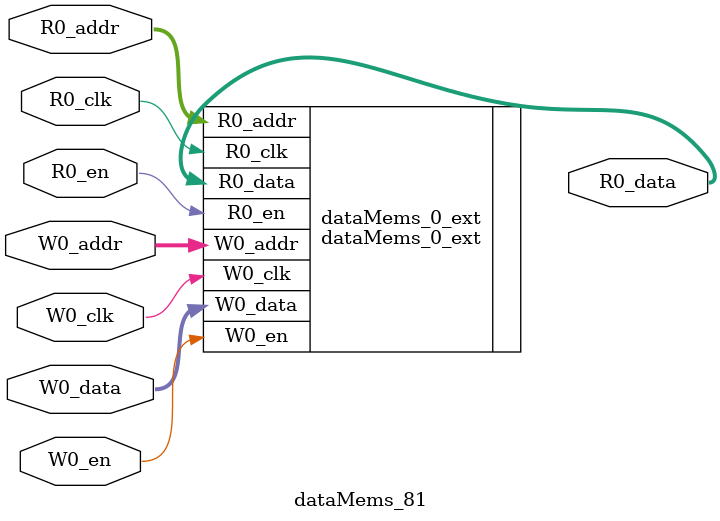
<source format=sv>
`ifndef RANDOMIZE
  `ifdef RANDOMIZE_REG_INIT
    `define RANDOMIZE
  `endif // RANDOMIZE_REG_INIT
`endif // not def RANDOMIZE
`ifndef RANDOMIZE
  `ifdef RANDOMIZE_MEM_INIT
    `define RANDOMIZE
  `endif // RANDOMIZE_MEM_INIT
`endif // not def RANDOMIZE

`ifndef RANDOM
  `define RANDOM $random
`endif // not def RANDOM

// Users can define 'PRINTF_COND' to add an extra gate to prints.
`ifndef PRINTF_COND_
  `ifdef PRINTF_COND
    `define PRINTF_COND_ (`PRINTF_COND)
  `else  // PRINTF_COND
    `define PRINTF_COND_ 1
  `endif // PRINTF_COND
`endif // not def PRINTF_COND_

// Users can define 'ASSERT_VERBOSE_COND' to add an extra gate to assert error printing.
`ifndef ASSERT_VERBOSE_COND_
  `ifdef ASSERT_VERBOSE_COND
    `define ASSERT_VERBOSE_COND_ (`ASSERT_VERBOSE_COND)
  `else  // ASSERT_VERBOSE_COND
    `define ASSERT_VERBOSE_COND_ 1
  `endif // ASSERT_VERBOSE_COND
`endif // not def ASSERT_VERBOSE_COND_

// Users can define 'STOP_COND' to add an extra gate to stop conditions.
`ifndef STOP_COND_
  `ifdef STOP_COND
    `define STOP_COND_ (`STOP_COND)
  `else  // STOP_COND
    `define STOP_COND_ 1
  `endif // STOP_COND
`endif // not def STOP_COND_

// Users can define INIT_RANDOM as general code that gets injected into the
// initializer block for modules with registers.
`ifndef INIT_RANDOM
  `define INIT_RANDOM
`endif // not def INIT_RANDOM

// If using random initialization, you can also define RANDOMIZE_DELAY to
// customize the delay used, otherwise 0.002 is used.
`ifndef RANDOMIZE_DELAY
  `define RANDOMIZE_DELAY 0.002
`endif // not def RANDOMIZE_DELAY

// Define INIT_RANDOM_PROLOG_ for use in our modules below.
`ifndef INIT_RANDOM_PROLOG_
  `ifdef RANDOMIZE
    `ifdef VERILATOR
      `define INIT_RANDOM_PROLOG_ `INIT_RANDOM
    `else  // VERILATOR
      `define INIT_RANDOM_PROLOG_ `INIT_RANDOM #`RANDOMIZE_DELAY begin end
    `endif // VERILATOR
  `else  // RANDOMIZE
    `define INIT_RANDOM_PROLOG_
  `endif // RANDOMIZE
`endif // not def INIT_RANDOM_PROLOG_

// Include register initializers in init blocks unless synthesis is set
`ifndef SYNTHESIS
  `ifndef ENABLE_INITIAL_REG_
    `define ENABLE_INITIAL_REG_
  `endif // not def ENABLE_INITIAL_REG_
`endif // not def SYNTHESIS

// Include rmemory initializers in init blocks unless synthesis is set
`ifndef SYNTHESIS
  `ifndef ENABLE_INITIAL_MEM_
    `define ENABLE_INITIAL_MEM_
  `endif // not def ENABLE_INITIAL_MEM_
`endif // not def SYNTHESIS

module dataMems_81(	// @[generators/ara/src/main/scala/UnsafeAXI4ToTL.scala:365:62]
  input  [4:0]   R0_addr,
  input          R0_en,
  input          R0_clk,
  output [258:0] R0_data,
  input  [4:0]   W0_addr,
  input          W0_en,
  input          W0_clk,
  input  [258:0] W0_data
);

  dataMems_0_ext dataMems_0_ext (	// @[generators/ara/src/main/scala/UnsafeAXI4ToTL.scala:365:62]
    .R0_addr (R0_addr),
    .R0_en   (R0_en),
    .R0_clk  (R0_clk),
    .R0_data (R0_data),
    .W0_addr (W0_addr),
    .W0_en   (W0_en),
    .W0_clk  (W0_clk),
    .W0_data (W0_data)
  );
endmodule


</source>
